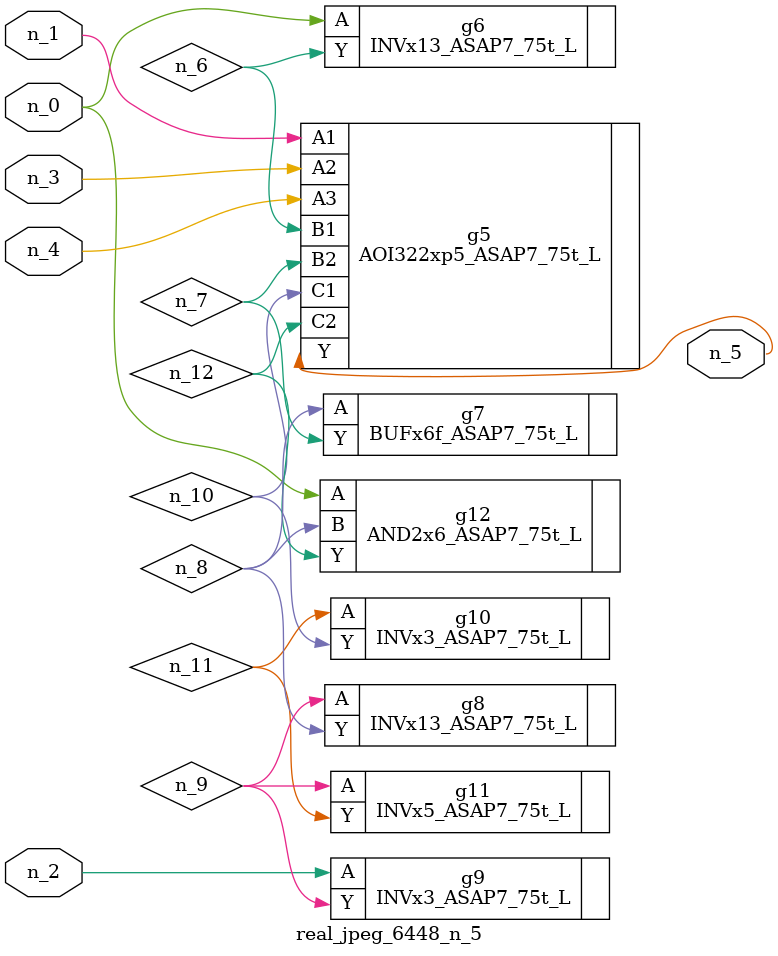
<source format=v>
module real_jpeg_6448_n_5 (n_4, n_0, n_1, n_2, n_3, n_5);

input n_4;
input n_0;
input n_1;
input n_2;
input n_3;

output n_5;

wire n_12;
wire n_8;
wire n_11;
wire n_6;
wire n_7;
wire n_10;
wire n_9;

INVx13_ASAP7_75t_L g6 ( 
.A(n_0),
.Y(n_6)
);

AND2x6_ASAP7_75t_L g12 ( 
.A(n_0),
.B(n_8),
.Y(n_12)
);

AOI322xp5_ASAP7_75t_L g5 ( 
.A1(n_1),
.A2(n_3),
.A3(n_4),
.B1(n_6),
.B2(n_7),
.C1(n_10),
.C2(n_12),
.Y(n_5)
);

INVx3_ASAP7_75t_L g9 ( 
.A(n_2),
.Y(n_9)
);

BUFx6f_ASAP7_75t_L g7 ( 
.A(n_8),
.Y(n_7)
);

INVx13_ASAP7_75t_L g8 ( 
.A(n_9),
.Y(n_8)
);

INVx5_ASAP7_75t_L g11 ( 
.A(n_9),
.Y(n_11)
);

INVx3_ASAP7_75t_L g10 ( 
.A(n_11),
.Y(n_10)
);


endmodule
</source>
